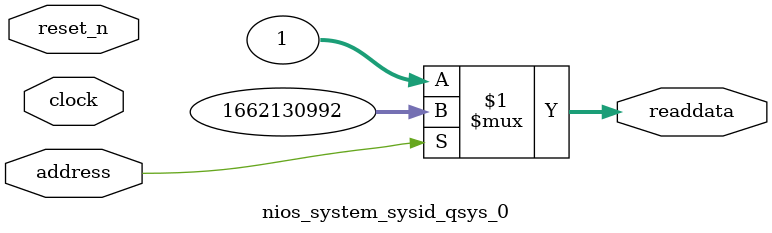
<source format=v>



// synthesis translate_off
`timescale 1ns / 1ps
// synthesis translate_on

// turn off superfluous verilog processor warnings 
// altera message_level Level1 
// altera message_off 10034 10035 10036 10037 10230 10240 10030 

module nios_system_sysid_qsys_0 (
               // inputs:
                address,
                clock,
                reset_n,

               // outputs:
                readdata
             )
;

  output  [ 31: 0] readdata;
  input            address;
  input            clock;
  input            reset_n;

  wire    [ 31: 0] readdata;
  //control_slave, which is an e_avalon_slave
  assign readdata = address ? 1662130992 : 1;

endmodule



</source>
